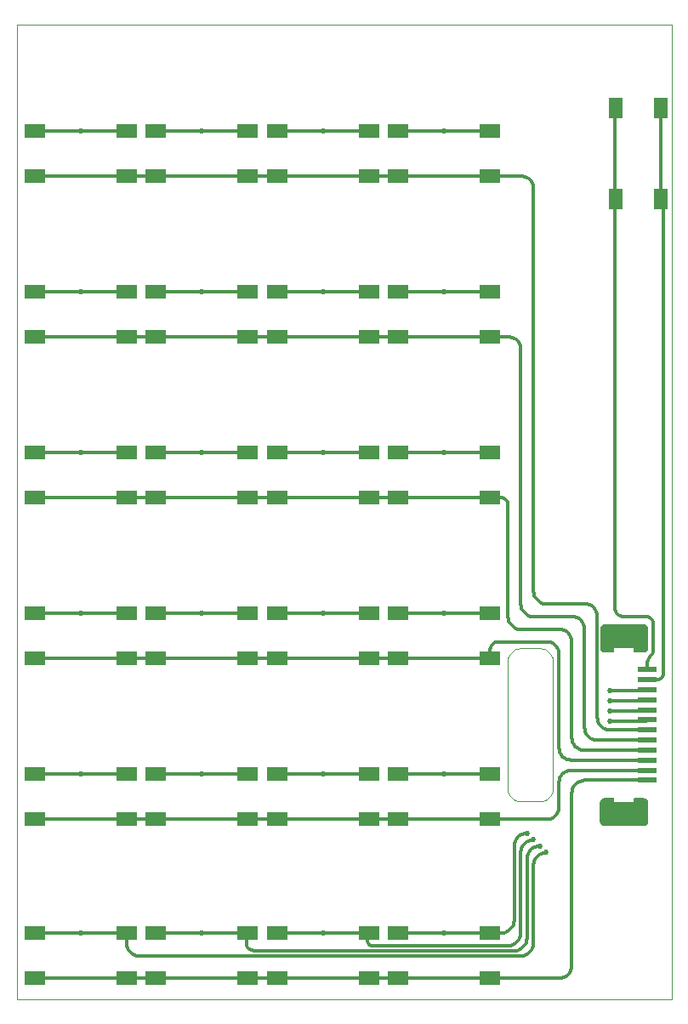
<source format=gtl>
G04*
G04 #@! TF.GenerationSoftware,Altium Limited,CircuitStudio,1.5.2 (30)*
G04*
G04 Layer_Physical_Order=1*
G04 Layer_Color=11767835*
%FSLAX25Y25*%
%MOIN*%
G70*
G01*
G75*
%ADD10C,0.01200*%
%ADD11R,0.05500X0.08300*%
%ADD12R,0.08300X0.05500*%
%ADD13R,0.07480X0.02362*%
%ADD14R,0.11024X0.08268*%
%ADD15C,0.00300*%
%ADD16C,0.02050*%
G36*
X234075Y78920D02*
Y77579D01*
X234265Y77120D01*
X234724Y76929D01*
X241024D01*
X241483Y77120D01*
X241673Y77579D01*
Y78546D01*
X242027Y78899D01*
X245500Y78890D01*
Y78890D01*
X245538Y78921D01*
X246280Y78774D01*
X246942Y78332D01*
X247384Y77670D01*
X247539Y76890D01*
X247500Y69390D01*
X247500D01*
X247524Y69361D01*
X247413Y68805D01*
X247081Y68308D01*
X246585Y67977D01*
X246000Y67860D01*
X230500Y67890D01*
Y67890D01*
X230462Y67858D01*
X229720Y68006D01*
X229058Y68448D01*
X228616Y69109D01*
X228461Y69890D01*
X228500Y76890D01*
X228500D01*
X228468Y76928D01*
X228616Y77670D01*
X229058Y78332D01*
X229720Y78774D01*
X230500Y78929D01*
X234075Y78920D01*
D02*
G37*
G36*
X245500Y147000D02*
Y147000D01*
X245538Y147031D01*
X246280Y146884D01*
X246942Y146442D01*
X247384Y145780D01*
X247539Y145000D01*
X247500Y137500D01*
X247500D01*
X247524Y137471D01*
X247413Y136915D01*
X247081Y136419D01*
X246585Y136087D01*
X246000Y135971D01*
X241673Y135979D01*
Y137421D01*
X241483Y137881D01*
X241024Y138071D01*
X234724D01*
X234265Y137881D01*
X234075Y137421D01*
Y136347D01*
X233721Y135994D01*
X230500Y136000D01*
Y136000D01*
X230462Y135968D01*
X229720Y136116D01*
X229058Y136558D01*
X228724Y137059D01*
Y145941D01*
X229058Y146442D01*
X229720Y146884D01*
X230500Y147039D01*
X245500Y147000D01*
D02*
G37*
D10*
X253500Y312400D02*
X253163Y313213D01*
X252350Y313550D01*
X250716Y125216D02*
X251782Y125428D01*
X252685Y126032D01*
X253288Y126935D01*
X253500Y128000D01*
X249500Y147000D02*
X249353Y147927D01*
X248927Y148763D01*
X248263Y149427D01*
X247427Y149853D01*
X246500Y150000D01*
X248500Y134500D02*
X247917Y133789D01*
X247483Y132978D01*
X247216Y132098D01*
X247126Y131183D01*
X248500Y134500D02*
X249043Y135207D01*
X249384Y136030D01*
X249500Y136914D01*
X207500Y57500D02*
X206524Y57404D01*
X205587Y57119D01*
X204722Y56657D01*
X203964Y56036D01*
X203343Y55278D01*
X202881Y54413D01*
X202596Y53475D01*
X202500Y52500D01*
X197500Y17000D02*
X198476Y17096D01*
X199413Y17381D01*
X200278Y17843D01*
X201035Y18464D01*
X201657Y19222D01*
X202119Y20087D01*
X202404Y21024D01*
X202500Y22000D01*
X43000D02*
X43096Y21024D01*
X43381Y20087D01*
X43843Y19222D01*
X44464Y18464D01*
X45222Y17843D01*
X46087Y17381D01*
X47025Y17096D01*
X48000Y17000D01*
X205000Y60000D02*
X204025Y59904D01*
X203087Y59619D01*
X202222Y59157D01*
X201465Y58535D01*
X200843Y57778D01*
X200381Y56913D01*
X200096Y55976D01*
X200000Y55000D01*
X195000Y19000D02*
X195975Y19096D01*
X196913Y19381D01*
X197778Y19843D01*
X198536Y20464D01*
X199157Y21222D01*
X199619Y22087D01*
X199904Y23024D01*
X200000Y24000D01*
X90000Y22000D02*
X90147Y21073D01*
X90573Y20237D01*
X91237Y19573D01*
X92073Y19147D01*
X93000Y19000D01*
X90450Y25850D02*
X90000Y25400D01*
X202500Y62500D02*
X201524Y62404D01*
X200587Y62119D01*
X199722Y61657D01*
X198965Y61036D01*
X198343Y60278D01*
X197881Y59413D01*
X197596Y58476D01*
X197500Y57500D01*
X192500Y21000D02*
X193475Y21096D01*
X194413Y21381D01*
X195278Y21843D01*
X196036Y22465D01*
X196657Y23222D01*
X197119Y24087D01*
X197404Y25025D01*
X197500Y26000D01*
X137950Y25850D02*
X137500Y25400D01*
Y22500D02*
X137939Y21439D01*
X139000Y21000D01*
X200000Y65000D02*
X199024Y64904D01*
X198087Y64619D01*
X197222Y64157D01*
X196465Y63535D01*
X195843Y62778D01*
X195381Y61913D01*
X195096Y60975D01*
X195000Y60000D01*
X190000Y26000D02*
X190975Y26096D01*
X191913Y26381D01*
X192778Y26843D01*
X193535Y27465D01*
X194157Y28222D01*
X194619Y29087D01*
X194904Y30024D01*
X195000Y31000D01*
X185600Y26000D02*
X185450Y25850D01*
X246657Y109000D02*
X247126Y109468D01*
X246721Y113000D02*
X247126Y113406D01*
X246783Y117000D02*
X247126Y117342D01*
X246847Y121000D02*
X247126Y121280D01*
X234500Y153000D02*
X234647Y152073D01*
X235073Y151237D01*
X235737Y150573D01*
X236573Y150147D01*
X237500Y150000D01*
X212500Y8150D02*
X213475Y8246D01*
X214413Y8531D01*
X215278Y8993D01*
X216036Y9614D01*
X216657Y10372D01*
X217119Y11237D01*
X217404Y12175D01*
X217500Y13150D01*
X222847Y85847D02*
X221803Y85744D01*
X220800Y85439D01*
X219876Y84945D01*
X219066Y84281D01*
X218401Y83470D01*
X217907Y82546D01*
X217603Y81543D01*
X217500Y80500D01*
X208000Y70650D02*
X209001Y70763D01*
X209952Y71096D01*
X210806Y71632D01*
X211518Y72344D01*
X212054Y73198D01*
X212387Y74149D01*
X212500Y75150D01*
X217284Y89784D02*
X216350Y89692D01*
X215453Y89419D01*
X214626Y88977D01*
X213901Y88382D01*
X213306Y87658D01*
X212864Y86831D01*
X212592Y85933D01*
X212500Y85000D01*
X202500Y318000D02*
X202387Y319001D01*
X202054Y319953D01*
X201518Y320806D01*
X200806Y321518D01*
X199952Y322054D01*
X199001Y322387D01*
X198000Y322500D01*
X185450Y322650D02*
X185600Y322500D01*
X202500Y160000D02*
X202596Y159025D01*
X202881Y158087D01*
X203343Y157222D01*
X203964Y156465D01*
X204722Y155843D01*
X205587Y155381D01*
X206524Y155096D01*
X207500Y155000D01*
X227500Y150000D02*
X227404Y150976D01*
X227119Y151913D01*
X226657Y152778D01*
X226035Y153535D01*
X225278Y154157D01*
X224413Y154619D01*
X223476Y154904D01*
X222500Y155000D01*
X227500Y110500D02*
X227595Y109531D01*
X227878Y108599D01*
X228337Y107740D01*
X228955Y106987D01*
X229708Y106369D01*
X230567Y105910D01*
X231499Y105627D01*
X232469Y105532D01*
X197500Y255000D02*
X197387Y256001D01*
X197054Y256953D01*
X196518Y257806D01*
X195806Y258518D01*
X194952Y259054D01*
X194001Y259387D01*
X193000Y259500D01*
X185450Y259650D02*
X185600Y259500D01*
X197500Y155000D02*
X197596Y154025D01*
X197881Y153087D01*
X198343Y152222D01*
X198965Y151464D01*
X199722Y150843D01*
X200587Y150381D01*
X201524Y150096D01*
X202500Y150000D01*
X222500Y106500D02*
X222594Y105543D01*
X222873Y104623D01*
X223327Y103775D01*
X223937Y103031D01*
X224680Y102421D01*
X225528Y101968D01*
X226448Y101689D01*
X227406Y101594D01*
X222500Y145000D02*
X222404Y145975D01*
X222119Y146913D01*
X221657Y147778D01*
X221036Y148536D01*
X220278Y149157D01*
X219413Y149619D01*
X218476Y149904D01*
X217500Y150000D01*
X192500Y194000D02*
X192310Y194957D01*
X191768Y195768D01*
X190957Y196310D01*
X190000Y196500D01*
X185450Y196650D02*
X185600Y196500D01*
X192500Y150000D02*
X192596Y149024D01*
X192881Y148087D01*
X193343Y147222D01*
X193965Y146465D01*
X194722Y145843D01*
X195587Y145381D01*
X196525Y145096D01*
X197500Y145000D01*
X217500Y140000D02*
X217404Y140975D01*
X217119Y141913D01*
X216657Y142778D01*
X216036Y143535D01*
X215278Y144157D01*
X214413Y144619D01*
X213475Y144904D01*
X212500Y145000D01*
X217500Y102500D02*
X217593Y101555D01*
X217869Y100647D01*
X218316Y99810D01*
X218918Y99076D01*
X219652Y98474D01*
X220489Y98026D01*
X221398Y97751D01*
X222342Y97658D01*
X188500Y140000D02*
X187573Y139853D01*
X186737Y139427D01*
X186073Y138763D01*
X185647Y137927D01*
X185500Y137000D01*
X212500Y135500D02*
X212387Y136501D01*
X212054Y137452D01*
X211518Y138306D01*
X210806Y139018D01*
X209952Y139554D01*
X209001Y139887D01*
X208000Y140000D01*
X212500Y98500D02*
X212592Y97568D01*
X212864Y96671D01*
X213305Y95845D01*
X213900Y95120D01*
X214624Y94526D01*
X215451Y94084D01*
X216347Y93812D01*
X217280Y93721D01*
X253500Y128000D02*
Y312400D01*
X237500Y150000D02*
X246500D01*
X249500Y136914D02*
Y147000D01*
X247126Y129154D02*
Y131183D01*
X252350Y314050D02*
Y349450D01*
X202500Y22000D02*
Y52500D01*
X48000Y17000D02*
X197500D01*
X25000Y25850D02*
X42950D01*
X7050D02*
X25000D01*
X43000Y22000D02*
Y25850D01*
X42950D02*
X43000D01*
X200000Y24000D02*
Y55000D01*
X93000Y19000D02*
X195000D01*
X72500Y25850D02*
X90450D01*
X54550D02*
X72500D01*
X90000Y22000D02*
Y25400D01*
X197500Y26000D02*
Y57500D01*
X139000Y21000D02*
X192500D01*
X120000Y25850D02*
X137950D01*
X102050D02*
X120000D01*
X137500Y22500D02*
Y25400D01*
X195000Y31000D02*
Y60000D01*
X185600Y26000D02*
X190000D01*
X167500Y25850D02*
X185450D01*
X232500Y121000D02*
X246847D01*
X232500Y117000D02*
X246783D01*
X232500Y113000D02*
X246721D01*
X232500Y109000D02*
X246657D01*
X167500Y340350D02*
X185450D01*
X149550D02*
X167500D01*
Y277350D02*
X185450D01*
X149550D02*
X167500D01*
Y214350D02*
X185450D01*
X149550D02*
X167500D01*
Y151350D02*
X185450D01*
X149550D02*
X167500D01*
Y88350D02*
X185450D01*
X149550D02*
X167500D01*
X149550Y25850D02*
X167500D01*
X102050Y340350D02*
X137950D01*
X7050D02*
X42950D01*
X54550D02*
X90450D01*
X102050Y277350D02*
X137950D01*
X7050D02*
X42950D01*
X54550D02*
X90450D01*
X102050Y214350D02*
X137950D01*
X7050D02*
X42950D01*
X54550D02*
X90450D01*
X102050Y151350D02*
X137950D01*
X7050D02*
X42950D01*
X54550D02*
X90450D01*
X102050Y88350D02*
X137950D01*
X7050D02*
X42950D01*
X54550D02*
X90450D01*
X185450Y8150D02*
X212500D01*
X217500Y13150D02*
Y80500D01*
X222847Y85847D02*
X247126D01*
X185450Y70650D02*
X208000D01*
X212500Y75150D02*
Y85000D01*
X217284Y89784D02*
X247126D01*
X149550Y322650D02*
X185450D01*
X185600Y322500D02*
X198000D01*
X232469Y105532D02*
X247126D01*
X207500Y155000D02*
X222500D01*
X202500Y160000D02*
Y318000D01*
X227500Y110500D02*
Y150000D01*
X149550Y259650D02*
X185450D01*
X185600Y259500D02*
X193000D01*
X227406Y101594D02*
X247126D01*
X202500Y150000D02*
X217500D01*
X197500Y155000D02*
Y255000D01*
X222500Y106500D02*
Y145000D01*
X185600Y196500D02*
X190000D01*
X192500Y150000D02*
Y194000D01*
X149550Y196650D02*
X185450D01*
X222342Y97658D02*
X247126D01*
X197500Y145000D02*
X212500D01*
X217500Y102500D02*
Y140000D01*
X188500D02*
X208000D01*
X185500Y133650D02*
Y137000D01*
X217280Y93721D02*
X247126D01*
X212500Y98500D02*
Y135500D01*
X137950Y322650D02*
X149550D01*
X102050D02*
X137950D01*
X90450D02*
X102050D01*
X54550D02*
X90450D01*
X42950D02*
X54550D01*
X7050D02*
X42950D01*
X137950Y259650D02*
X149550D01*
X102050D02*
X137950D01*
X90450D02*
X102050D01*
X54550D02*
X90450D01*
X42950D02*
X54550D01*
X7050D02*
X42950D01*
X137950Y196650D02*
X149550D01*
X102050D02*
X137950D01*
X90450D02*
X102050D01*
X54550D02*
X90450D01*
X42950D02*
X54550D01*
X7050D02*
X42950D01*
X149550Y133650D02*
X185450D01*
X137950D02*
X149550D01*
X102050D02*
X137950D01*
X90450D02*
X102050D01*
X54550D02*
X90450D01*
X42950D02*
X54550D01*
X7050D02*
X42950D01*
X149550Y70650D02*
X185450D01*
X137950D02*
X149550D01*
X102050D02*
X137950D01*
X90450D02*
X102050D01*
X54550D02*
X90450D01*
X42950D02*
X54550D01*
X7050D02*
X42950D01*
X149550Y8150D02*
X185450D01*
X137950D02*
X149550D01*
X102050D02*
X137950D01*
X90450D02*
X102050D01*
X54550D02*
X90450D01*
X42950D02*
X54550D01*
X7050D02*
X42950D01*
X234500Y349300D02*
X234650Y349450D01*
X234500Y153000D02*
Y349300D01*
D11*
X234650Y349450D02*
D03*
Y313550D02*
D03*
X252350Y349450D02*
D03*
Y313550D02*
D03*
D12*
X42950Y340350D02*
D03*
X7050D02*
D03*
X42950Y322650D02*
D03*
X7050D02*
D03*
X90450Y340350D02*
D03*
X54550D02*
D03*
X90450Y322650D02*
D03*
X54550D02*
D03*
X137950Y340350D02*
D03*
X102050D02*
D03*
X137950Y322650D02*
D03*
X102050D02*
D03*
X185450Y340350D02*
D03*
X149550D02*
D03*
X185450Y322650D02*
D03*
X149550D02*
D03*
X42950Y277350D02*
D03*
X7050D02*
D03*
X42950Y259650D02*
D03*
X7050D02*
D03*
X90450Y277350D02*
D03*
X54550D02*
D03*
X90450Y259650D02*
D03*
X54550D02*
D03*
X137950Y277350D02*
D03*
X102050D02*
D03*
X137950Y259650D02*
D03*
X102050D02*
D03*
X185450Y277350D02*
D03*
X149550D02*
D03*
X185450Y259650D02*
D03*
X149550D02*
D03*
X42950Y214350D02*
D03*
X7050D02*
D03*
X42950Y196650D02*
D03*
X7050D02*
D03*
X90450Y214350D02*
D03*
X54550D02*
D03*
X90450Y196650D02*
D03*
X54550D02*
D03*
X137950Y214350D02*
D03*
X102050D02*
D03*
X137950Y196650D02*
D03*
X102050D02*
D03*
X185450Y214350D02*
D03*
X149550D02*
D03*
X185450Y196650D02*
D03*
X149550D02*
D03*
X42950Y151350D02*
D03*
X7050D02*
D03*
X42950Y133650D02*
D03*
X7050D02*
D03*
X90450Y151350D02*
D03*
X54550D02*
D03*
X90450Y133650D02*
D03*
X54550D02*
D03*
X137950Y151350D02*
D03*
X102050D02*
D03*
X137950Y133650D02*
D03*
X102050D02*
D03*
X185450Y151350D02*
D03*
X149550D02*
D03*
X185450Y133650D02*
D03*
X149550D02*
D03*
X42950Y88350D02*
D03*
X7050D02*
D03*
X42950Y70650D02*
D03*
X7050D02*
D03*
X90450Y88350D02*
D03*
X54550D02*
D03*
X90450Y70650D02*
D03*
X54550D02*
D03*
X137950Y88350D02*
D03*
X102050D02*
D03*
X137950Y70650D02*
D03*
X102050D02*
D03*
X185450Y88350D02*
D03*
X149550D02*
D03*
X185450Y70650D02*
D03*
X149550D02*
D03*
X42950Y25850D02*
D03*
X7050D02*
D03*
X42950Y8150D02*
D03*
X7050D02*
D03*
X90450Y25850D02*
D03*
X54550D02*
D03*
X90450Y8150D02*
D03*
X54550D02*
D03*
X137950Y25850D02*
D03*
X102050D02*
D03*
X137950Y8150D02*
D03*
X102050D02*
D03*
X185450Y25850D02*
D03*
X149550D02*
D03*
X185450Y8150D02*
D03*
X149550D02*
D03*
D13*
X247126Y129154D02*
D03*
Y125216D02*
D03*
Y121280D02*
D03*
Y117342D02*
D03*
Y113406D02*
D03*
Y109468D02*
D03*
Y105532D02*
D03*
Y101594D02*
D03*
Y97658D02*
D03*
Y93721D02*
D03*
Y89784D02*
D03*
Y85847D02*
D03*
D14*
X237874Y141555D02*
D03*
Y73445D02*
D03*
D15*
X118Y382008D02*
X0Y381890D01*
X205043Y77457D02*
X206019Y77553D01*
X206957Y77838D01*
X207821Y78299D01*
X208579Y78921D01*
X209201Y79679D01*
X209663Y80543D01*
X209947Y81481D01*
X210043Y82457D01*
Y132522D02*
X209947Y133497D01*
X209663Y134435D01*
X209201Y135299D01*
X208579Y136057D01*
X207821Y136679D01*
X206957Y137141D01*
X206019Y137425D01*
X205043Y137522D01*
X197478D02*
X196503Y137425D01*
X195565Y137141D01*
X194701Y136679D01*
X193943Y136057D01*
X193321Y135299D01*
X192859Y134435D01*
X192575Y133497D01*
X192478Y132522D01*
Y82457D02*
X192575Y81481D01*
X192859Y80543D01*
X193321Y79679D01*
X193943Y78921D01*
X194701Y78299D01*
X195565Y77838D01*
X196503Y77553D01*
X197478Y77457D01*
X205043D02*
X205043D01*
X0Y0D02*
Y382008D01*
X256693D01*
X0Y0D02*
X256693D01*
X256693Y0D02*
Y382008D01*
X205000Y77457D02*
X205043D01*
X210043Y82457D02*
Y132522D01*
X197478Y137522D02*
X205043D01*
X192478Y82457D02*
Y132522D01*
X197478Y77457D02*
X205043D01*
D16*
X245500Y76890D02*
D03*
Y73390D02*
D03*
Y69890D02*
D03*
X230500D02*
D03*
Y73390D02*
D03*
Y76890D02*
D03*
Y145000D02*
D03*
Y141500D02*
D03*
Y138000D02*
D03*
X245500D02*
D03*
Y141500D02*
D03*
Y145000D02*
D03*
X232500Y121000D02*
D03*
Y117000D02*
D03*
Y113000D02*
D03*
Y109000D02*
D03*
X207500Y57500D02*
D03*
X205000Y60000D02*
D03*
X202500Y62500D02*
D03*
X200000Y65000D02*
D03*
X25000Y25850D02*
D03*
Y88350D02*
D03*
Y151350D02*
D03*
Y214350D02*
D03*
Y277350D02*
D03*
Y340350D02*
D03*
X72500Y25850D02*
D03*
Y88350D02*
D03*
Y151350D02*
D03*
Y214350D02*
D03*
Y277350D02*
D03*
Y340350D02*
D03*
X120000Y25850D02*
D03*
Y88350D02*
D03*
Y151350D02*
D03*
Y214350D02*
D03*
Y277350D02*
D03*
Y340350D02*
D03*
X167500D02*
D03*
Y277350D02*
D03*
Y214350D02*
D03*
Y151350D02*
D03*
Y88350D02*
D03*
Y25850D02*
D03*
M02*

</source>
